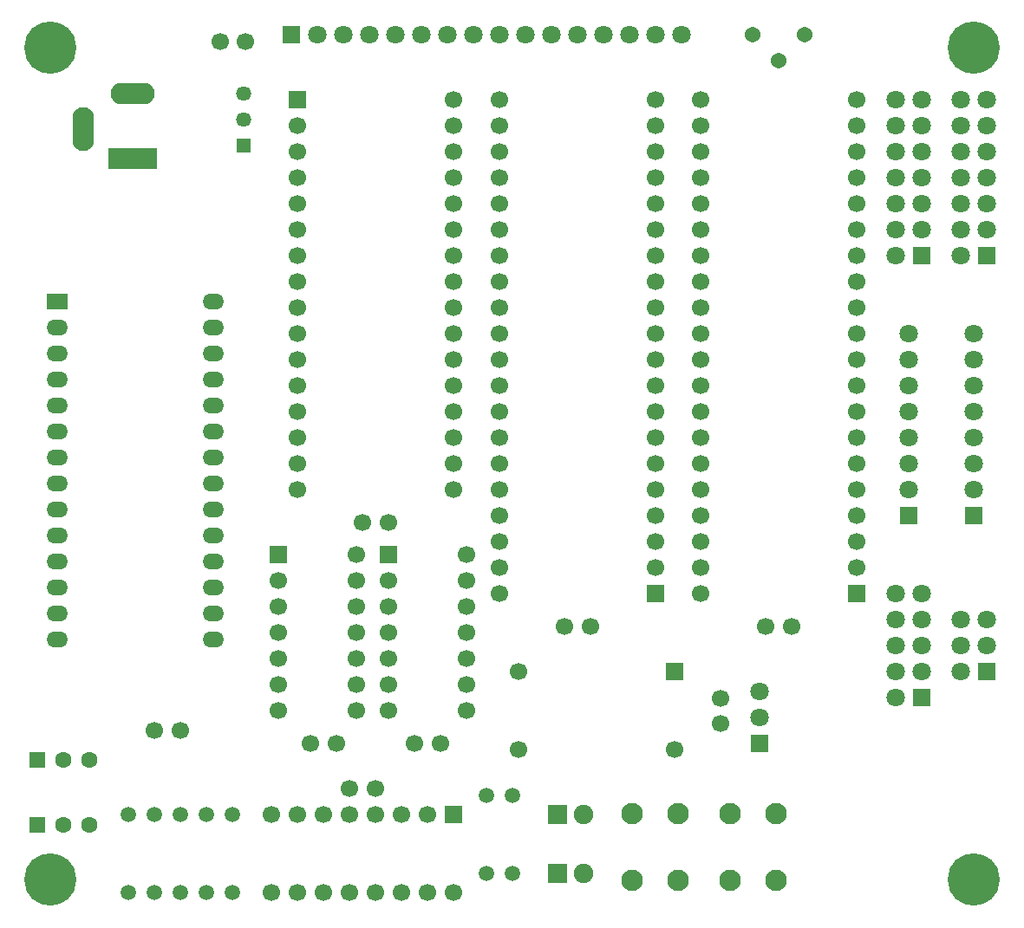
<source format=gbr>
%TF.GenerationSoftware,Novarm,DipTrace,4.3.0.4*%
%TF.CreationDate,2023-02-28T02:37:25+01:00*%
%FSLAX26Y26*%
%MOIN*%
%TF.FileFunction,Soldermask,Bot*%
%TF.Part,Single*%
%ADD17R,0.062992X0.062992*%
%ADD19R,0.066929X0.066929*%
%ADD20C,0.066929*%
%ADD22C,0.062992*%
%ADD24C,0.059055*%
%ADD40R,0.070866X0.070866*%
%ADD54C,0.074803*%
%ADD55C,0.066929*%
%ADD56R,0.074803X0.074803*%
%ADD57C,0.057402*%
%ADD59R,0.057402X0.057402*%
%ADD61O,0.082677X0.169291*%
%ADD63O,0.169291X0.082677*%
%ADD65R,0.185039X0.082677*%
%ADD67O,0.082677X0.06063*%
%ADD69R,0.082677X0.06063*%
%ADD71C,0.059055*%
%ADD74C,0.06063*%
%ADD76C,0.200787*%
%ADD78C,0.11811*%
%ADD81C,0.082677*%
%ADD82C,0.070866*%
G75*
G01*
%LPD*%
D19*
X1100000Y3150000D3*
D20*
Y3050000D3*
Y2950000D3*
Y2850000D3*
Y2750000D3*
Y2650000D3*
Y2550000D3*
Y2450000D3*
Y2350000D3*
Y2250000D3*
Y2150000D3*
Y2050000D3*
Y1950000D3*
Y1850000D3*
Y1750000D3*
Y1650000D3*
X1700000D3*
Y1750000D3*
Y1850000D3*
Y1950000D3*
Y2050000D3*
Y2150000D3*
Y2250000D3*
Y2350000D3*
Y2450000D3*
Y2550000D3*
Y2650000D3*
Y2750000D3*
Y2850000D3*
Y2950000D3*
Y3050000D3*
Y3150000D3*
D19*
X3250197Y1250197D3*
D20*
Y1350197D3*
Y1450197D3*
Y1550197D3*
Y1650197D3*
Y1750197D3*
Y1850197D3*
Y1950197D3*
Y2050197D3*
Y2150197D3*
Y2250197D3*
Y2350197D3*
Y2450197D3*
Y2550197D3*
Y2650197D3*
Y2750197D3*
Y2850197D3*
Y2950197D3*
Y3050197D3*
Y3150197D3*
X2650197D3*
Y3050197D3*
Y2950197D3*
Y2850197D3*
Y2750197D3*
Y2650197D3*
Y2550197D3*
Y2450197D3*
Y2350197D3*
Y2250197D3*
Y2150197D3*
Y2050197D3*
Y1950197D3*
Y1850197D3*
Y1750197D3*
Y1650197D3*
Y1550197D3*
Y1450197D3*
Y1350197D3*
Y1250197D3*
D40*
X3700000Y1550591D3*
D82*
Y1650591D3*
Y1750591D3*
Y1850591D3*
Y1950591D3*
Y2050591D3*
Y2150591D3*
Y2250591D3*
D81*
X2761417Y402953D3*
Y147047D3*
X2938583D3*
Y402953D3*
D55*
X1150787Y675000D3*
X1249213D3*
D17*
X100000Y360827D3*
D22*
X200000D3*
X300000D3*
D55*
X1399213Y500000D3*
X1300787D3*
D78*
X150000Y150000D3*
D76*
D3*
D40*
X3750197Y950591D3*
D82*
X3650197D3*
X3750197Y1050591D3*
X3650197D3*
X3750197Y1150591D3*
X3650197D3*
D74*
X3050394Y3400197D3*
X2950394Y3300197D3*
X2850394Y3400197D3*
D19*
X1450000Y1400000D3*
D20*
Y1300000D3*
Y1200000D3*
Y1100000D3*
Y1000000D3*
Y900000D3*
Y800000D3*
X1750000D3*
Y900000D3*
Y1000000D3*
Y1100000D3*
Y1200000D3*
Y1300000D3*
Y1400000D3*
D19*
X2475197Y1250197D3*
D20*
Y1350197D3*
Y1450197D3*
Y1550197D3*
Y1650197D3*
Y1750197D3*
Y1850197D3*
Y1950197D3*
Y2050197D3*
Y2150197D3*
Y2250197D3*
Y2350197D3*
Y2450197D3*
Y2550197D3*
Y2650197D3*
Y2750197D3*
Y2850197D3*
Y2950197D3*
Y3050197D3*
Y3150197D3*
X1875197D3*
Y3050197D3*
Y2950197D3*
Y2850197D3*
Y2750197D3*
Y2650197D3*
Y2550197D3*
Y2450197D3*
Y2350197D3*
Y2250197D3*
Y2150197D3*
Y2050197D3*
Y1950197D3*
Y1850197D3*
Y1750197D3*
Y1650197D3*
Y1550197D3*
Y1450197D3*
Y1350197D3*
Y1250197D3*
D24*
X750000Y100000D3*
D71*
Y400000D3*
D55*
X1350787Y1525000D3*
X1449213D3*
D78*
X150000Y3350000D3*
D76*
D3*
D24*
X1925000Y475000D3*
D71*
Y175000D3*
D40*
X1075000Y3400000D3*
D82*
X1175000D3*
X1275000D3*
X1375000D3*
X1475000D3*
X1575000D3*
X1675000D3*
X1775000D3*
X1875000D3*
X1975000D3*
X2075000D3*
X2175000D3*
X2275000D3*
X2375000D3*
X2475000D3*
X2575000D3*
D69*
X175000Y2375000D3*
D67*
Y2275000D3*
Y2175000D3*
Y2075000D3*
Y1975000D3*
Y1875000D3*
Y1775000D3*
Y1675000D3*
Y1575000D3*
Y1475000D3*
Y1375000D3*
Y1275000D3*
Y1175000D3*
Y1075000D3*
X775000D3*
Y1175000D3*
Y1275000D3*
Y1375000D3*
Y1475000D3*
Y1575000D3*
Y1675000D3*
Y1775000D3*
Y1875000D3*
Y1975000D3*
Y2075000D3*
Y2175000D3*
Y2275000D3*
Y2375000D3*
D40*
X3500197Y2549803D3*
D82*
X3400197D3*
X3500197Y2649803D3*
X3400197D3*
X3500197Y2749803D3*
X3400197D3*
X3500197Y2849803D3*
X3400197D3*
X3500197Y2949803D3*
X3400197D3*
X3500197Y3049803D3*
X3400197D3*
X3500197Y3149803D3*
X3400197D3*
D40*
X3450000Y1550000D3*
D82*
Y1650000D3*
Y1750000D3*
Y1850000D3*
Y1950000D3*
Y2050000D3*
Y2150000D3*
Y2250000D3*
D19*
X2550000Y950000D3*
D55*
X1950000D3*
Y650000D3*
X2550000D3*
D40*
X2875000Y675591D3*
D82*
Y775591D3*
Y875591D3*
D81*
X2386417Y402953D3*
Y147047D3*
X2563583Y402953D3*
Y147047D3*
D40*
X3500000Y850000D3*
D82*
X3400000D3*
X3500000Y950000D3*
X3400000D3*
X3500000Y1050000D3*
X3400000D3*
X3500000Y1150000D3*
X3400000D3*
X3500000Y1250000D3*
X3400000D3*
D55*
X1649213Y675000D3*
X1550787D3*
D65*
X465000Y2925000D3*
D63*
Y3173031D3*
D61*
X276024Y3039173D3*
D59*
X893898Y2975000D3*
D57*
Y3075000D3*
Y3175000D3*
D24*
X1825000Y475000D3*
D71*
Y175000D3*
D24*
X650000Y100000D3*
D71*
Y400000D3*
D24*
X450000Y100000D3*
D71*
Y400000D3*
D55*
X900000Y3375000D3*
X801575D3*
D40*
X3750197Y2549803D3*
D82*
X3650197D3*
X3750197Y2649803D3*
X3650197D3*
X3750197Y2749803D3*
X3650197D3*
X3750197Y2849803D3*
X3650197D3*
X3750197Y2949803D3*
X3650197D3*
X3750197Y3049803D3*
X3650197D3*
X3750197Y3149803D3*
X3650197D3*
D55*
X550000Y725000D3*
X648425D3*
D19*
X1699409Y399606D3*
D20*
X1599409D3*
X1499409D3*
X1399409D3*
X1299409D3*
X1199409D3*
X1099409D3*
X999409D3*
Y99606D3*
X1099409D3*
X1199409D3*
X1299409D3*
X1399409D3*
X1499409D3*
X1599409D3*
X1699409D3*
D76*
X3700000Y150000D3*
D78*
D3*
D56*
X2099803Y175000D3*
D54*
X2199803D3*
D56*
X2099803Y400000D3*
D54*
X2199803D3*
D76*
X3700000Y3350000D3*
D78*
D3*
D17*
X100000Y610827D3*
D22*
X200000D3*
X300000D3*
D55*
X2900000Y1125000D3*
X2998425D3*
D24*
X550000Y100000D3*
D71*
Y400000D3*
D24*
X850000Y100000D3*
D71*
Y400000D3*
D55*
X2125984Y1125197D3*
X2224409D3*
X2725000Y750787D3*
Y849213D3*
D19*
X1025000Y1400000D3*
D20*
Y1300000D3*
Y1200000D3*
Y1100000D3*
Y1000000D3*
Y900000D3*
Y800000D3*
X1325000D3*
Y900000D3*
Y1000000D3*
Y1100000D3*
Y1200000D3*
Y1300000D3*
Y1400000D3*
M02*

</source>
